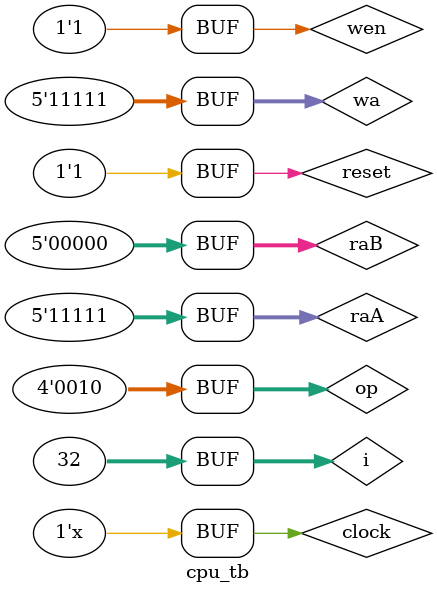
<source format=v>

`timescale 1ns/1ps
`define clock_period 10

module cpu_tb;
parameter N = 32;

reg    clock, reset;    // Clock and reset signals
reg    [4:0] raA, raB, wa;
reg     wen;
reg    [3:0] op;
wire   [N-1:0] rdA, rdB;
wire   zero;
wire [N-1:0] ALUOut;
integer i;


// Instantiate ALU  module. Use connection-by-position
RegFile regs(clock, reset, raA, raB, wa, wen, ALUOut, rdA, rdB);

// Instantiate regfile module. Use connection-by-name
ALU  #(.N(32)) ALUInst (.out(ALUOut), .zero(zero), .inA(rdA), .inB(rdB), .op(op));

initial begin  // Ta statements apo ayto to begin mexri to "end" einai seiriaka

  // Initialize the module 
   clock = 1'b0;       
   reset = 1'b0;  // Apply reset for a few cycles
   #(4.25*`clock_period) reset = 1'b1;
   
  // Now apply some inputs  
   op = 4'b0010;   // ADD
   wen = 1;
   for (i = 0; i < 32; i = i+1)
     begin
#(1*`clock_period);
       raA = i; raB = 31-i; 
       wa = i;
     end
end 

// Generate clock by inverting the signal every half of clock period
always 
   #(`clock_period / 2) clock = ~clock;  
   
endmodule

</source>
